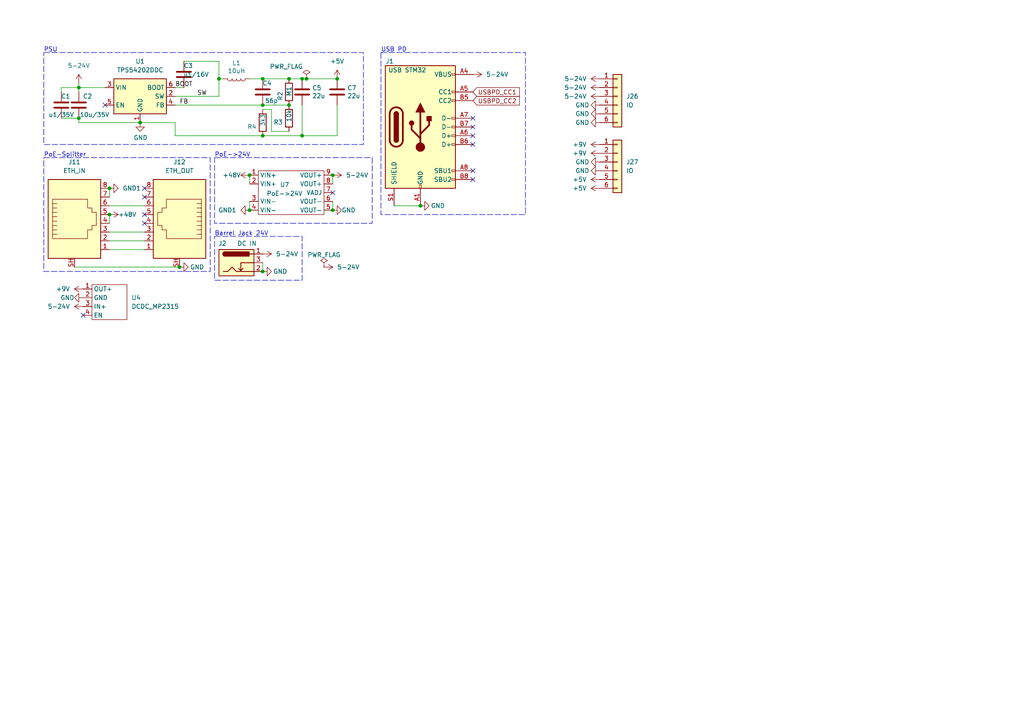
<source format=kicad_sch>
(kicad_sch (version 20250114) (generator "eeschema") (generator_version "9.0")
  (paper "A4")
  (lib_symbols
    (symbol "Connector:8P8C_Shielded" (pin_names (offset 1.016))
      (property "Reference" "J" (at -5.08 13.97 0))
      (property "Value" "8P8C_Shielded" (at 2.54 13.97 0))
      (symbol "8P8C_Shielded_0_1"
        (polyline (pts (xy -6.35 1.905) (xy -5.08 1.905) (xy -5.08 1.905)))
        (polyline (pts (xy -6.35 0.635) (xy -5.08 0.635) (xy -5.08 0.635)))
        (polyline (pts (xy -6.35 -0.635) (xy -5.08 -0.635) (xy -5.08 -0.635)))
        (polyline (pts (xy -6.35 -1.905) (xy -5.08 -1.905) (xy -5.08 -1.905)))
        (polyline (pts (xy -6.35 -3.175) (xy -5.08 -3.175) (xy -5.08 -3.175)))
        (polyline (pts (xy -6.35 -4.445) (xy -6.35 6.985) (xy 3.81 6.985) (xy 3.81 4.445) (xy 5.08 4.445) (xy 5.08 3.175) (xy 6.35 3.175) (xy 6.35 -0.635) (xy 5.08 -0.635) (xy 5.08 -1.905) (xy 3.81 -1.905) (xy 3.81 -4.445) (xy -6.35 -4.445) (xy -6.35 -4.445)))
        (polyline (pts (xy -5.08 5.715) (xy -6.35 5.715)))
        (polyline (pts (xy -5.08 4.445) (xy -6.35 4.445)))
        (polyline (pts (xy -5.08 3.175) (xy -6.35 3.175) (xy -6.35 3.175)))
        (rectangle (start 7.62 12.7) (end -7.62 -10.16) (stroke (width 0.254)) (fill (type background)))
      )
      (symbol "8P8C_Shielded_1_1"
        (pin passive line (at 0 -12.7 90) (length 2.54) (name "~") (number "SH"))
        (pin passive line (at 10.16 10.16 180) (length 2.54) (name "~") (number "8"))
        (pin passive line (at 10.16 7.62 180) (length 2.54) (name "~") (number "7"))
        (pin passive line (at 10.16 5.08 180) (length 2.54) (name "~") (number "6"))
        (pin passive line (at 10.16 2.54 180) (length 2.54) (name "~") (number "5"))
        (pin passive line (at 10.16 0 180) (length 2.54) (name "~") (number "4"))
        (pin passive line (at 10.16 -2.54 180) (length 2.54) (name "~") (number "3"))
        (pin passive line (at 10.16 -5.08 180) (length 2.54) (name "~") (number "2"))
        (pin passive line (at 10.16 -7.62 180) (length 2.54) (name "~") (number "1"))
      )
    )
    (symbol "Connector:Barrel_Jack_Switch" (pin_names (hide yes))
      (property "Reference" "J" (at 0 5.334 0))
      (property "Value" "Barrel_Jack_Switch" (at 0 -5.08 0))
      (symbol "Barrel_Jack_Switch_0_1"
        (rectangle (start -5.08 3.81) (end 5.08 -3.81) (stroke (width 0.254)) (fill (type background)))
        (polyline (pts (xy -3.81 -2.54) (xy -2.54 -2.54) (xy -1.27 -1.27) (xy 0 -2.54) (xy 2.54 -2.54) (xy 5.08 -2.54)) (stroke (width 0.254)))
        (arc (start -3.302 1.905) (mid -3.9343 2.54) (end -3.302 3.175) (stroke (width 0.254)))
        (arc (start -3.302 1.905) (mid -3.9343 2.54) (end -3.302 3.175) (stroke (width 0.254)) (fill (type outline)))
        (polyline (pts (xy 1.27 -2.286) (xy 1.905 -1.651)) (stroke (width 0.254)))
        (rectangle (start 3.683 3.175) (end -3.302 1.905) (stroke (width 0.254)) (fill (type outline)))
        (polyline (pts (xy 5.08 2.54) (xy 3.81 2.54)) (stroke (width 0.254)))
        (polyline (pts (xy 5.08 0) (xy 1.27 0) (xy 1.27 -2.286) (xy 0.635 -1.651)) (stroke (width 0.254)))
      )
      (symbol "Barrel_Jack_Switch_1_1"
        (pin passive line (at 7.62 2.54 180) (length 2.54) (name "~") (number "1"))
        (pin passive line (at 7.62 0 180) (length 2.54) (name "~") (number "3"))
        (pin passive line (at 7.62 -2.54 180) (length 2.54) (name "~") (number "2"))
      )
    )
    (symbol "Connector:USB_C_Receptacle_USB2.0_16P" (pin_names (offset 1.016))
      (property "Reference" "J" (at 0 22.225 0))
      (property "Value" "USB_C_Receptacle_USB2.0_16P" (at 0 19.685 0))
      (symbol "USB_C_Receptacle_USB2.0_16P_0_0"
        (rectangle (start -0.254 -17.78) (end 0.254 -16.764))
        (rectangle (start 10.16 15.494) (end 9.144 14.986))
        (rectangle (start 10.16 10.414) (end 9.144 9.906))
        (rectangle (start 10.16 7.874) (end 9.144 7.366))
        (rectangle (start 10.16 2.794) (end 9.144 2.286))
        (rectangle (start 10.16 0.254) (end 9.144 -0.254))
        (rectangle (start 10.16 -2.286) (end 9.144 -2.794))
        (rectangle (start 10.16 -4.826) (end 9.144 -5.334))
        (rectangle (start 10.16 -12.446) (end 9.144 -12.954))
        (rectangle (start 10.16 -14.986) (end 9.144 -15.494))
      )
      (symbol "USB_C_Receptacle_USB2.0_16P_0_1"
        (rectangle (start -10.16 17.78) (end 10.16 -17.78) (stroke (width 0.254)) (fill (type background)))
        (polyline (pts (xy -8.89 -3.81) (xy -8.89 3.81)) (stroke (width 0.508)))
        (rectangle (start -7.62 -3.81) (end -6.35 3.81) (stroke (width 0.254)) (fill (type outline)))
        (arc (start -7.62 3.81) (mid -6.985 4.4423) (end -6.35 3.81) (stroke (width 0.254)))
        (arc (start -7.62 3.81) (mid -6.985 4.4423) (end -6.35 3.81) (stroke (width 0.254)) (fill (type outline)))
        (arc (start -8.89 3.81) (mid -6.985 5.7067) (end -5.08 3.81) (stroke (width 0.508)))
        (arc (start -5.08 -3.81) (mid -6.985 -5.7067) (end -8.89 -3.81) (stroke (width 0.508)))
        (arc (start -6.35 -3.81) (mid -6.985 -4.4423) (end -7.62 -3.81) (stroke (width 0.254)))
        (arc (start -6.35 -3.81) (mid -6.985 -4.4423) (end -7.62 -3.81) (stroke (width 0.254)) (fill (type outline)))
        (polyline (pts (xy -5.08 3.81) (xy -5.08 -3.81)) (stroke (width 0.508)))
        (circle (center -2.54 1.143) (radius 0.635) (stroke (width 0.254)) (fill (type outline)))
        (polyline (pts (xy -1.27 4.318) (xy 0 6.858) (xy 1.27 4.318) (xy -1.27 4.318)) (stroke (width 0.254)) (fill (type outline)))
        (polyline (pts (xy 0 -2.032) (xy 2.54 0.508) (xy 2.54 1.778)) (stroke (width 0.508)))
        (polyline (pts (xy 0 -3.302) (xy -2.54 -0.762) (xy -2.54 0.508)) (stroke (width 0.508)))
        (polyline (pts (xy 0 -5.842) (xy 0 4.318)) (stroke (width 0.508)))
        (circle (center 0 -5.842) (radius 1.27) (fill (type outline)))
        (rectangle (start 1.905 1.778) (end 3.175 3.048) (stroke (width 0.254)) (fill (type outline)))
      )
      (symbol "USB_C_Receptacle_USB2.0_16P_1_1"
        (pin passive line (at -7.62 -22.86 90) (length 5.08) (name "SHIELD") (number "S1"))
        (pin passive line (at 0 -22.86 90) (length 5.08) (name "GND") (number "A1"))
        (pin passive line (at 0 -22.86 90) (length 5.08) (hide yes) (name "GND") (number "A12"))
        (pin passive line (at 0 -22.86 90) (length 5.08) (hide yes) (name "GND") (number "B1"))
        (pin passive line (at 0 -22.86 90) (length 5.08) (hide yes) (name "GND") (number "B12"))
        (pin passive line (at 15.24 15.24 180) (length 5.08) (name "VBUS") (number "A4"))
        (pin passive line (at 15.24 15.24 180) (length 5.08) (hide yes) (name "VBUS") (number "A9"))
        (pin passive line (at 15.24 15.24 180) (length 5.08) (hide yes) (name "VBUS") (number "B4"))
        (pin passive line (at 15.24 15.24 180) (length 5.08) (hide yes) (name "VBUS") (number "B9"))
        (pin bidirectional line (at 15.24 10.16 180) (length 5.08) (name "CC1") (number "A5"))
        (pin bidirectional line (at 15.24 7.62 180) (length 5.08) (name "CC2") (number "B5"))
        (pin bidirectional line (at 15.24 2.54 180) (length 5.08) (name "D-") (number "A7"))
        (pin bidirectional line (at 15.24 0 180) (length 5.08) (name "D-") (number "B7"))
        (pin bidirectional line (at 15.24 -2.54 180) (length 5.08) (name "D+") (number "A6"))
        (pin bidirectional line (at 15.24 -5.08 180) (length 5.08) (name "D+") (number "B6"))
        (pin bidirectional line (at 15.24 -12.7 180) (length 5.08) (name "SBU1") (number "A8"))
        (pin bidirectional line (at 15.24 -15.24 180) (length 5.08) (name "SBU2") (number "B8"))
      )
    )
    (symbol "Connector_Generic:Conn_01x06" (pin_names (offset 1.016) (hide yes))
      (property "Reference" "J" (at 0 7.62 0))
      (property "Value" "Conn_01x06" (at 0 -10.16 0))
      (symbol "Conn_01x06_1_1"
        (rectangle (start -1.27 6.35) (end 1.27 -8.89) (stroke (width 0.254)) (fill (type background)))
        (rectangle (start -1.27 5.207) (end 0 4.953) (stroke (width 0.1524)))
        (rectangle (start -1.27 2.667) (end 0 2.413) (stroke (width 0.1524)))
        (rectangle (start -1.27 0.127) (end 0 -0.127) (stroke (width 0.1524)))
        (rectangle (start -1.27 -2.413) (end 0 -2.667) (stroke (width 0.1524)))
        (rectangle (start -1.27 -4.953) (end 0 -5.207) (stroke (width 0.1524)))
        (rectangle (start -1.27 -7.493) (end 0 -7.747) (stroke (width 0.1524)))
        (pin passive line (at -5.08 5.08 0) (length 3.81) (name "Pin_1") (number "1"))
        (pin passive line (at -5.08 2.54 0) (length 3.81) (name "Pin_2") (number "2"))
        (pin passive line (at -5.08 0 0) (length 3.81) (name "Pin_3") (number "3"))
        (pin passive line (at -5.08 -2.54 0) (length 3.81) (name "Pin_4") (number "4"))
        (pin passive line (at -5.08 -5.08 0) (length 3.81) (name "Pin_5") (number "5"))
        (pin passive line (at -5.08 -7.62 0) (length 3.81) (name "Pin_6") (number "6"))
      )
    )
    (symbol "Device:C" (pin_numbers (hide yes)) (pin_names (offset 0.254))
      (property "Reference" "C" (at 0.635 2.54 0))
      (property "Value" "C" (at 0.635 -2.54 0))
      (symbol "C_0_1"
        (polyline (pts (xy -2.032 0.762) (xy 2.032 0.762)) (stroke (width 0.508)))
        (polyline (pts (xy -2.032 -0.762) (xy 2.032 -0.762)) (stroke (width 0.508)))
      )
      (symbol "C_1_1"
        (pin passive line (at 0 3.81 270) (length 2.794) (name "~") (number "1"))
        (pin passive line (at 0 -3.81 90) (length 2.794) (name "~") (number "2"))
      )
    )
    (symbol "Device:L" (pin_numbers (hide yes)) (pin_names (offset 1.016) (hide yes))
      (property "Reference" "L" (at -1.27 0 90))
      (property "Value" "L" (at 1.905 0 90))
      (symbol "L_0_1"
        (arc (start 0 2.54) (mid 0.6323 1.905) (end 0 1.27))
        (arc (start 0 1.27) (mid 0.6323 0.635) (end 0 0))
        (arc (start 0 0) (mid 0.6323 -0.635) (end 0 -1.27))
        (arc (start 0 -1.27) (mid 0.6323 -1.905) (end 0 -2.54))
      )
      (symbol "L_1_1"
        (pin passive line (at 0 3.81 270) (length 1.27) (name "1") (number "1"))
        (pin passive line (at 0 -3.81 90) (length 1.27) (name "2") (number "2"))
      )
    )
    (symbol "Device:R" (pin_numbers (hide yes)) (pin_names (offset 0))
      (property "Reference" "R" (at 2.032 0 90))
      (property "Value" "R" (at 0 0 90))
      (symbol "R_0_1"
        (rectangle (start -1.016 -2.54) (end 1.016 2.54) (stroke (width 0.254)))
      )
      (symbol "R_1_1"
        (pin passive line (at 0 3.81 270) (length 1.27) (name "~") (number "1"))
        (pin passive line (at 0 -3.81 90) (length 1.27) (name "~") (number "2"))
      )
    )
    (symbol "Regulator_Switching:TPS54202DDC"
      (property "Reference" "U" (at -7.62 6.35 0))
      (property "Value" "TPS54202DDC" (at 0 6.35 0))
      (symbol "TPS54202DDC_0_1"
        (rectangle (start -7.62 5.08) (end 7.62 -5.08) (stroke (width 0.254)) (fill (type background)))
      )
      (symbol "TPS54202DDC_1_1"
        (pin power_in line (at -10.16 2.54 0) (length 2.54) (name "VIN") (number "3"))
        (pin input line (at -10.16 -2.54 0) (length 2.54) (name "EN") (number "5"))
        (pin power_in line (at 0 -7.62 90) (length 2.54) (name "GND") (number "1"))
        (pin passive line (at 10.16 2.54 180) (length 2.54) (name "BOOT") (number "6"))
        (pin power_out line (at 10.16 0 180) (length 2.54) (name "SW") (number "2"))
        (pin input line (at 10.16 -2.54 180) (length 2.54) (name "FB") (number "4"))
      )
    )
    (symbol "liebler_MODULES:DCDC_MP2315"
      (property "Reference" "U" (at 0 6.35 0))
      (property "Value" "DCDC_MP2315" (at 0 8.89 0))
      (symbol "DCDC_MP2315_0_1"
        (rectangle (start -5.08 5.08) (end 5.08 -5.08))
      )
      (symbol "DCDC_MP2315_1_1"
        (pin power_out line (at -7.62 3.81 0) (length 2.54) (name "OUT+") (number "1"))
        (pin power_in line (at -7.62 1.27 0) (length 2.54) (name "GND") (number "2"))
        (pin power_in line (at -7.62 -1.27 0) (length 2.54) (name "IN+") (number "3"))
        (pin input line (at -7.62 -3.81 0) (length 2.54) (name "EN") (number "4"))
      )
    )
    (symbol "liebler_MODULES:XC7010_MODULE"
      (property "Reference" "U" (at 0 7.874 0))
      (symbol "XC7010_MODULE_0_1"
        (rectangle (start -8.89 6.35) (end 10.16 -6.35))
      )
      (symbol "XC7010_MODULE_1_1"
        (pin power_in line (at -11.43 5.08 0) (length 2.54) (name "VIN+") (number "1"))
        (pin power_in line (at -11.43 2.54 0) (length 2.54) (name "VIN+") (number "2"))
        (pin power_in line (at -11.43 -2.54 0) (length 2.54) (name "VIN-") (number "3"))
        (pin power_in line (at -11.43 -5.08 0) (length 2.54) (name "VIN-") (number "4"))
        (pin power_out line (at 12.7 5.08 180) (length 2.54) (name "VOUT+") (number "9"))
        (pin power_out line (at 12.7 2.54 180) (length 2.54) (name "VOUT+") (number "8"))
        (pin input line (at 12.7 0 180) (length 2.54) (name "VADJ") (number "7"))
        (pin power_out line (at 12.7 -2.54 180) (length 2.54) (name "VOUT-") (number "6"))
        (pin power_out line (at 12.7 -5.08 180) (length 2.54) (name "VOUT-") (number "5"))
      )
    )
    (symbol "power:+48V" (power) (pin_numbers (hide yes)) (pin_names (offset 0) (hide yes))
      (property "Value" "+48V" (at 0 3.556 0))
      (symbol "+48V_0_1"
        (polyline (pts (xy -0.762 1.27) (xy 0 2.54)))
        (polyline (pts (xy 0 2.54) (xy 0.762 1.27)))
        (polyline (pts (xy 0 0) (xy 0 2.54)))
      )
      (symbol "+48V_1_1"
        (pin power_in line (at 0 0 90) (length 0) (name "~") (number "1"))
      )
    )
    (symbol "power:+5V" (power) (pin_numbers (hide yes)) (pin_names (offset 0) (hide yes))
      (property "Value" "+5V" (at 0 3.556 0))
      (symbol "+5V_0_1"
        (polyline (pts (xy -0.762 1.27) (xy 0 2.54)))
        (polyline (pts (xy 0 2.54) (xy 0.762 1.27)))
        (polyline (pts (xy 0 0) (xy 0 2.54)))
      )
      (symbol "+5V_1_1"
        (pin power_in line (at 0 0 90) (length 0) (name "~") (number "1"))
      )
    )
    (symbol "power:+9V" (power) (pin_numbers (hide yes)) (pin_names (offset 0) (hide yes))
      (property "Value" "+9V" (at 0 3.556 0))
      (symbol "+9V_0_1"
        (polyline (pts (xy -0.762 1.27) (xy 0 2.54)))
        (polyline (pts (xy 0 2.54) (xy 0.762 1.27)))
        (polyline (pts (xy 0 0) (xy 0 2.54)))
      )
      (symbol "+9V_1_1"
        (pin power_in line (at 0 0 90) (length 0) (name "~") (number "1"))
      )
    )
    (symbol "power:+VSW" (power) (pin_numbers (hide yes)) (pin_names (offset 0) (hide yes))
      (property "Value" "+VSW" (at 0 3.556 0))
      (symbol "+VSW_0_1"
        (polyline (pts (xy -0.762 1.27) (xy 0 2.54)))
        (polyline (pts (xy 0 2.54) (xy 0.762 1.27)))
        (polyline (pts (xy 0 0) (xy 0 2.54)))
      )
      (symbol "+VSW_1_1"
        (pin power_in line (at 0 0 90) (length 0) (name "~") (number "1"))
      )
    )
    (symbol "power:GND" (power) (pin_numbers (hide yes)) (pin_names (offset 0) (hide yes))
      (property "Value" "GND" (at 0 -3.81 0))
      (symbol "GND_0_1"
        (polyline (pts (xy 0 0) (xy 0 -1.27) (xy 1.27 -1.27) (xy 0 -2.54) (xy -1.27 -1.27) (xy 0 -1.27)))
      )
      (symbol "GND_1_1"
        (pin power_in line (at 0 0 270) (length 0) (name "~") (number "1"))
      )
    )
    (symbol "power:GND1" (power) (pin_numbers (hide yes)) (pin_names (offset 0) (hide yes))
      (property "Value" "GND1" (at 0 -3.81 0))
      (symbol "GND1_0_1"
        (polyline (pts (xy 0 0) (xy 0 -1.27) (xy 1.27 -1.27) (xy 0 -2.54) (xy -1.27 -1.27) (xy 0 -1.27)))
      )
      (symbol "GND1_1_1"
        (pin power_in line (at 0 0 270) (length 0) (name "~") (number "1"))
      )
    )
    (symbol "power:PWR_FLAG" (power) (pin_numbers (hide yes)) (pin_names (offset 0) (hide yes))
      (property "Value" "PWR_FLAG" (at 0 3.81 0))
      (symbol "PWR_FLAG_0_0"
        (pin power_out line (at 0 0 90) (length 0) (name "~") (number "1"))
      )
      (symbol "PWR_FLAG_0_1"
        (polyline (pts (xy 0 0) (xy 0 1.27) (xy -1.016 1.905) (xy 0 2.54) (xy 1.016 1.905) (xy 0 1.27)))
      )
    )
  )
  (rectangle (start 12.7 45.72) (end 60.96 78.74) (stroke (width 0) (type dash)))
  (rectangle (start 62.23 68.58) (end 87.63 81.28) (stroke (width 0) (type dash)))
  (rectangle (start 12.7 15.24) (end 105.41 41.91) (stroke (width 0) (type dash)))
  (rectangle (start 62.23 45.72) (end 107.95 64.77) (stroke (width 0) (type dash)))
  (rectangle (start 110.49 15.24) (end 152.4 62.23) (stroke (width 0) (type dash)))
  (text "PSU" (at 12.7 15.24 0) (effects (font (size 1.27 1.27)) (justify left bottom)))
  (text "PoE->24V" (at 62.23 45.72 0) (effects (font (size 1.27 1.27)) (justify left bottom)))
  (text "Barrel Jack 24V" (at 62.23 68.58 0) (effects (font (size 1.27 1.27)) (justify left bottom)))
  (text "USB PD" (at 110.49 15.24 0) (effects (font (size 1.27 1.27)) (justify left bottom)))
  (text "PoE-Splitter" (at 12.7 45.72 0) (effects (font (size 1.27 1.27)) (justify left bottom)))
  (junction (at 87.63 22.86))
  (junction (at 76.2 30.48))
  (junction (at 31.75 62.23))
  (junction (at 96.52 50.8))
  (junction (at 76.2 39.37))
  (junction (at 31.75 54.61))
  (junction (at 72.39 60.96))
  (junction (at 22.86 34.29))
  (junction (at 87.63 39.37))
  (junction (at 83.82 22.86))
  (junction (at 22.86 25.4))
  (junction (at 88.9 22.86))
  (junction (at 76.2 78.74))
  (junction (at 96.52 60.96))
  (junction (at 63.5 22.86))
  (junction (at 52.07 77.47))
  (junction (at 40.64 35.56))
  (junction (at 121.92 59.69))
  (junction (at 97.79 22.86))
  (junction (at 72.39 50.8))
  (junction (at 83.82 30.48))
  (junction (at 76.2 22.86))
  (no_connect (at 24.13 91.44))
  (no_connect (at 137.16 41.91))
  (no_connect (at 41.91 57.15))
  (no_connect (at 137.16 39.37))
  (no_connect (at 137.16 52.07))
  (no_connect (at 41.91 62.23))
  (no_connect (at 137.16 36.83))
  (no_connect (at 137.16 49.53))
  (no_connect (at 137.16 34.29))
  (no_connect (at 96.52 55.88))
  (no_connect (at 41.91 64.77))
  (no_connect (at 41.91 54.61))
  (no_connect (at 30.48 30.48))
  (wire (pts (xy 72.39 22.86) (xy 76.2 22.86)))
  (wire (pts (xy 78.74 38.1) (xy 78.74 31.75)))
  (wire (pts (xy 76.2 22.86) (xy 83.82 22.86)))
  (wire (pts (xy 88.9 22.86) (xy 97.79 22.86)))
  (wire (pts (xy 96.52 58.42) (xy 96.52 60.96)))
  (wire (pts (xy 87.63 30.48) (xy 87.63 39.37)))
  (wire (pts (xy 64.77 22.86) (xy 63.5 22.86)))
  (wire (pts (xy 72.39 50.8) (xy 72.39 53.34)))
  (wire (pts (xy 31.75 69.85) (xy 41.91 69.85)))
  (wire (pts (xy 22.86 25.4) (xy 30.48 25.4)))
  (wire (pts (xy 53.34 25.4) (xy 50.8 25.4)))
  (wire (pts (xy 50.8 39.37) (xy 76.2 39.37)))
  (wire (pts (xy 17.78 25.4) (xy 22.86 25.4)))
  (wire (pts (xy 22.86 35.56) (xy 22.86 34.29)))
  (wire (pts (xy 31.75 54.61) (xy 31.75 57.15)))
  (wire (pts (xy 72.39 58.42) (xy 72.39 60.96)))
  (wire (pts (xy 63.5 22.86) (xy 63.5 27.94)))
  (wire (pts (xy 76.2 39.37) (xy 87.63 39.37)))
  (wire (pts (xy 31.75 59.69) (xy 41.91 59.69)))
  (wire (pts (xy 22.86 26.67) (xy 22.86 25.4)))
  (wire (pts (xy 53.34 17.78) (xy 63.5 17.78)))
  (wire (pts (xy 96.52 50.8) (xy 96.52 53.34)))
  (wire (pts (xy 50.8 30.48) (xy 76.2 30.48)))
  (wire (pts (xy 76.2 76.2) (xy 76.2 78.74)))
  (wire (pts (xy 87.63 22.86) (xy 88.9 22.86)))
  (wire (pts (xy 83.82 38.1) (xy 78.74 38.1)))
  (wire (pts (xy 83.82 22.86) (xy 87.63 22.86)))
  (wire (pts (xy 22.86 35.56) (xy 40.64 35.56)))
  (wire (pts (xy 50.8 27.94) (xy 63.5 27.94)))
  (wire (pts (xy 31.75 62.23) (xy 31.75 64.77)))
  (wire (pts (xy 31.75 72.39) (xy 41.91 72.39)))
  (wire (pts (xy 31.75 67.31) (xy 41.91 67.31)))
  (wire (pts (xy 17.78 26.67) (xy 17.78 25.4)))
  (wire (pts (xy 78.74 31.75) (xy 76.2 31.75)))
  (wire (pts (xy 50.8 35.56) (xy 40.64 35.56)))
  (wire (pts (xy 22.86 25.4) (xy 22.86 24.13)))
  (wire (pts (xy 21.59 77.47) (xy 52.07 77.47)))
  (wire (pts (xy 97.79 30.48) (xy 97.79 39.37)))
  (wire (pts (xy 87.63 39.37) (xy 97.79 39.37)))
  (wire (pts (xy 17.78 34.29) (xy 22.86 34.29)))
  (wire (pts (xy 76.2 30.48) (xy 83.82 30.48)))
  (wire (pts (xy 114.3 59.69) (xy 121.92 59.69)))
  (wire (pts (xy 50.8 39.37) (xy 50.8 35.56)))
  (wire (pts (xy 63.5 17.78) (xy 63.5 22.86)))
  (label "BOOT" (at 50.8 25.4 0))
  (label "FB" (at 52.07 30.48 0))
  (label "SW" (at 57.15 27.94 0))
  (global_label "USBPD_CC2" (shape input) (at 137.16 29.21 0) (property "Intersheetrefs" "${INTERSHEET_REFS}" (effects (hide yes))))
  (global_label "USBPD_CC1" (shape input) (at 137.16 26.67 0) (property "Intersheetrefs" "${INTERSHEET_REFS}" (effects (hide yes))))
  (symbol (lib_id "power:+9V") (at 24.13 83.82 90) (unit 1)
    (property "Reference" "#PWR070" (effects (hide yes)))
    (property "Value" "+9V" (at 20.32 83.8199 90) (effects (justify left)))
    (property "Description" "Power symbol creates a global label with name \"+9V\"" (effects (hide yes)))
  )
  (symbol (lib_id "power:GND") (at 173.99 35.56 270) (unit 1)
    (property "Reference" "#PWR0126" (effects (hide yes)))
    (property "Value" "GND" (at 168.91 35.56 90))
    (property "Description" "Power symbol creates a global label with name \"GND\" , ground" (effects (hide yes)))
  )
  (symbol (lib_id "power:GND") (at 52.07 77.47 90) (unit 1)
    (property "Reference" "#PWR080" (effects (hide yes)))
    (property "Value" "GND" (at 55.118 77.47 90) (effects (justify right)))
    (property "Description" "Power symbol creates a global label with name \"GND\" , ground" (effects (hide yes)))
  )
  (symbol (lib_id "power:+VSW") (at 96.52 50.8 270) (unit 1)
    (property "Reference" "#PWR041" (effects (hide yes)))
    (property "Value" "5-24V" (at 100.33 50.7999 90) (effects (justify left)))
    (property "Description" "Power symbol creates a global label with name \"+VSW\"" (effects (hide yes)))
  )
  (symbol (lib_id "Connector:8P8C_Shielded") (at 21.59 64.77 0) (unit 1)
    (property "Reference" "J11" (at 21.59 46.99 0))
    (property "Value" "ETH_IN" (at 21.59 49.53 0))
    (property "Footprint" "liebler_CONN:RJ45_WithoutMagneticsTHT" (effects (hide yes)))
    (property "Description" "RJ connector, 8P8C (8 positions 8 connected), RJ31/RJ32/RJ33/RJ34/RJ35/RJ41/RJ45/RJ49/RJ61, Shielded" (effects (hide yes)))
  )
  (symbol (lib_id "Device:R") (at 76.2 35.56 180) (unit 1)
    (property "Reference" "R4" (at 74.422 36.7284 0) (effects (justify left)))
    (property "Value" "3k3" (at 76.2 33.02 90) (effects (justify left)))
    (property "Footprint" "Resistor_SMD:R_0402_1005Metric" (effects (hide yes)))
    (property "MPN" "0402WGF3301TCE" (effects (hide yes)))
    (property "Manufacturer" "UNI-ROYAL(Uniroyal Elec)" (effects (hide yes)))
  )
  (symbol (lib_id "Connector_Generic:Conn_01x06") (at 179.07 46.99 0) (unit 1)
    (property "Reference" "J27" (at 181.61 46.9899 0) (effects (justify left)))
    (property "Value" "IO" (at 181.61 49.5299 0) (effects (justify left)))
    (property "Footprint" "Connector_JST:JST_XH_B6B-XH-A_1x06_P2.50mm_Vertical" (effects (hide yes)))
    (property "Description" "Generic connector, single row, 01x06, script generated (kicad-library-utils/schlib/autogen/connector/)" (effects (hide yes)))
  )
  (symbol (lib_id "power:GND1") (at 72.39 60.96 270) (unit 1)
    (property "Reference" "#PWR084" (effects (hide yes)))
    (property "Value" "GND1" (at 68.58 60.9599 90) (effects (justify right)))
    (property "Description" "Power symbol creates a global label with name \"GND1\" , ground" (effects (hide yes)))
  )
  (symbol (lib_id "power:+5V") (at 173.99 54.61 90) (unit 1)
    (property "Reference" "#PWR0132" (effects (hide yes)))
    (property "Value" "+5V" (at 170.18 54.6099 90) (effects (justify left)))
    (property "Description" "Power symbol creates a global label with name \"+5V\"" (effects (hide yes)))
  )
  (symbol (lib_id "liebler_MODULES:XC7010_MODULE") (at 83.82 55.88 0) (unit 1)
    (property "Reference" "U7" (at 82.55 53.594 0))
    (property "Value" "PoE->24V" (at 82.55 56.134 0))
    (property "Footprint" "liebler_MODULES:XC7010_DCDC_ISOLATED_MODUEL" (effects (hide yes)))
  )
  (symbol (lib_id "power:+VSW") (at 76.2 73.66 270) (unit 1)
    (property "Reference" "#PWR06" (effects (hide yes)))
    (property "Value" "5-24V" (at 80.01 73.6599 90) (effects (justify left)))
    (property "Description" "Power symbol creates a global label with name \"+VSW\"" (effects (hide yes)))
  )
  (symbol (lib_id "power:+VSW") (at 24.13 88.9 90) (unit 1)
    (property "Reference" "#PWR044" (effects (hide yes)))
    (property "Value" "5-24V" (at 20.32 88.8999 90) (effects (justify left)))
    (property "Description" "Power symbol creates a global label with name \"+VSW\"" (effects (hide yes)))
  )
  (symbol (lib_id "power:+VSW") (at 93.98 77.47 270) (unit 1)
    (property "Reference" "#PWR07" (effects (hide yes)))
    (property "Value" "5-24V" (at 97.79 77.4699 90) (effects (justify left)))
    (property "Description" "Power symbol creates a global label with name \"+VSW\"" (effects (hide yes)))
  )
  (symbol (lib_id "Regulator_Switching:TPS54202DDC") (at 40.64 27.94 0) (unit 1)
    (property "Reference" "U1" (at 40.64 17.78 0))
    (property "Value" "TPS54202DDC" (at 40.64 20.32 0))
    (property "Footprint" "Package_TO_SOT_SMD:SOT-23-6_Handsoldering" (effects (hide yes)))
    (property "Datasheet" "http://www.ti.com/lit/ds/symlink/tps54202.pdf" (effects (hide yes)))
    (property "MPN" "TPS54202DDCR" (effects (hide yes)))
    (property "Manufacturer" "Texas Instruments" (effects (hide yes)))
  )
  (symbol (lib_id "power:+VSW") (at 173.99 25.4 90) (unit 1)
    (property "Reference" "#PWR0122" (effects (hide yes)))
    (property "Value" "5-24V" (at 170.18 25.3999 90) (effects (justify left)))
    (property "Description" "Power symbol creates a global label with name \"+VSW\"" (effects (hide yes)))
  )
  (symbol (lib_id "Device:C") (at 97.79 26.67 0) (unit 1)
    (property "Reference" "C7" (at 100.711 25.5016 0) (effects (justify left)))
    (property "Value" "22u" (at 100.711 27.813 0) (effects (justify left)))
    (property "Footprint" "Capacitor_SMD:C_0805_2012Metric" (effects (hide yes)))
    (property "MPN" "CL10A226MP8NUNE" (effects (hide yes)))
    (property "Manufacturer" "Samsung Electro-Mechanics" (effects (hide yes)))
  )
  (symbol (lib_id "power:+VSW") (at 173.99 22.86 90) (unit 1)
    (property "Reference" "#PWR0121" (effects (hide yes)))
    (property "Value" "5-24V" (at 170.18 22.8599 90) (effects (justify left)))
    (property "Description" "Power symbol creates a global label with name \"+VSW\"" (effects (hide yes)))
  )
  (symbol (lib_id "Connector:Barrel_Jack_Switch") (at 68.58 76.2 0) (unit 1)
    (property "Reference" "J2" (at 64.516 70.612 0))
    (property "Value" "DC IN" (at 71.628 70.612 0))
    (property "Footprint" "Connector_BarrelJack:BarrelJack_Horizontal" (effects (hide yes)))
    (property "Description" "DC Barrel Jack with an internal switch" (effects (hide yes)))
    (property "MPN" "DC-005 2.0" (effects (hide yes)))
    (property "Manufacturer" "BOOMELE(Boom Precision Elec)" (effects (hide yes)))
  )
  (symbol (lib_id "power:GND") (at 40.64 35.56 0) (unit 1)
    (property "Reference" "#PWR02" (effects (hide yes)))
    (property "Value" "GND" (at 40.767 39.9542 0))
    (property "Description" "Power symbol creates a global label with name \"GND\" , ground" (effects (hide yes)))
  )
  (symbol (lib_id "Device:R") (at 83.82 34.29 180) (unit 1)
    (property "Reference" "R3" (at 82.042 35.4584 0) (effects (justify left)))
    (property "Value" "10k" (at 83.82 31.75 90) (effects (justify left)))
    (property "Footprint" "Resistor_SMD:R_0201_0603Metric" (effects (hide yes)))
    (property "MPN" "0201WMF1002TEE" (effects (hide yes)))
    (property "Manufacturer" "UNI-ROYAL(Uniroyal Elec)" (effects (hide yes)))
  )
  (symbol (lib_id "Device:R") (at 83.82 26.67 0) (unit 1)
    (property "Reference" "R2" (at 81.28 29.21 90) (effects (justify left)))
    (property "Value" "M1" (at 83.82 27.94 90) (effects (justify left)))
    (property "Footprint" "Resistor_SMD:R_0402_1005Metric" (effects (hide yes)))
    (property "MPN" "0201WMF1003TEE" (effects (hide yes)))
    (property "Manufacturer" "UNI-ROYAL(Uniroyal Elec)" (effects (hide yes)))
  )
  (symbol (lib_id "Device:L") (at 68.58 22.86 270) (unit 1)
    (property "Reference" "L1" (at 68.58 18.2626 90))
    (property "Value" "10uH" (at 68.58 20.574 90))
    (property "Footprint" "Inductor_SMD:L_Abracon_ASPI-0630LR" (effects (hide yes)))
    (property "Datasheet" "C408449" (effects (hide yes)))
    (property "MPN" "FXL0630-100-M" (effects (hide yes)))
    (property "Manufacturer" "cjiang (Changjiang Microelectronics Tech)" (effects (hide yes)))
  )
  (symbol (lib_id "power:GND") (at 173.99 49.53 270) (unit 1)
    (property "Reference" "#PWR0130" (effects (hide yes)))
    (property "Value" "GND" (at 168.91 49.53 90))
    (property "Description" "Power symbol creates a global label with name \"GND\" , ground" (effects (hide yes)))
  )
  (symbol (lib_id "liebler_MODULES:DCDC_MP2315") (at 31.75 87.63 0) (unit 1)
    (property "Reference" "U4" (at 38.1 86.3599 0) (effects (justify left)))
    (property "Value" "DCDC_MP2315" (at 38.1 88.8999 0) (effects (justify left)))
    (property "Footprint" "liebler_MODULES:DCDC_MP2315" (effects (hide yes)))
  )
  (symbol (lib_id "Device:C") (at 53.34 21.59 180) (unit 1)
    (property "Reference" "C3" (at 54.61 19.05 0))
    (property "Value" "u1/16V" (at 56.896 21.59 0))
    (property "Footprint" "Capacitor_SMD:C_0603_1608Metric" (effects (hide yes)))
    (property "MPN" "CC0603KRX7R9BB104" (effects (hide yes)))
    (property "Manufacturer" "YAGEO" (effects (hide yes)))
  )
  (symbol (lib_id "Device:C") (at 87.63 26.67 0) (unit 1)
    (property "Reference" "C5" (at 90.551 25.5016 0) (effects (justify left)))
    (property "Value" "22u" (at 90.551 27.813 0) (effects (justify left)))
    (property "Footprint" "Capacitor_SMD:C_0805_2012Metric" (effects (hide yes)))
    (property "MPN" "CL10A226MP8NUNE" (effects (hide yes)))
    (property "Manufacturer" "Samsung Electro-Mechanics" (effects (hide yes)))
  )
  (symbol (lib_id "power:GND") (at 24.13 86.36 270) (unit 1)
    (property "Reference" "#PWR069" (effects (hide yes)))
    (property "Value" "GND" (at 21.59 86.36 90) (effects (justify right)))
    (property "Description" "Power symbol creates a global label with name \"GND\" , ground" (effects (hide yes)))
  )
  (symbol (lib_id "power:PWR_FLAG") (at 93.98 77.47 0) (unit 1)
    (property "Reference" "#FLG03" (effects (hide yes)))
    (property "Value" "PWR_FLAG" (at 93.98 73.914 0))
    (property "Description" "Special symbol for telling ERC where power comes from" (effects (hide yes)))
  )
  (symbol (lib_id "power:+VSW") (at 137.16 21.59 270) (unit 1)
    (property "Reference" "#PWR091" (effects (hide yes)))
    (property "Value" "5-24V" (at 140.97 21.5899 90) (effects (justify left)))
    (property "Description" "Power symbol creates a global label with name \"+VSW\"" (effects (hide yes)))
  )
  (symbol (lib_id "Connector_Generic:Conn_01x06") (at 179.07 27.94 0) (unit 1)
    (property "Reference" "J26" (at 181.61 27.9399 0) (effects (justify left)))
    (property "Value" "IO" (at 181.61 30.4799 0) (effects (justify left)))
    (property "Footprint" "Connector_JST:JST_XH_B6B-XH-A_1x06_P2.50mm_Vertical" (effects (hide yes)))
    (property "Description" "Generic connector, single row, 01x06, script generated (kicad-library-utils/schlib/autogen/connector/)" (effects (hide yes)))
  )
  (symbol (lib_id "power:PWR_FLAG") (at 88.9 22.86 0) (unit 1)
    (property "Reference" "#FLG01" (effects (hide yes)))
    (property "Value" "PWR_FLAG" (at 83.058 19.304 0))
    (property "Description" "Special symbol for telling ERC where power comes from" (effects (hide yes)))
  )
  (symbol (lib_id "power:+VSW") (at 22.86 24.13 0) (unit 1)
    (property "Reference" "#PWR01" (effects (hide yes)))
    (property "Value" "5-24V" (at 22.86 19.05 0))
    (property "Description" "Power symbol creates a global label with name \"+VSW\"" (effects (hide yes)))
  )
  (symbol (lib_id "Device:C") (at 76.2 26.67 180) (unit 1)
    (property "Reference" "C4" (at 77.47 24.13 0))
    (property "Value" "56p" (at 78.74 29.21 0))
    (property "Footprint" "Capacitor_SMD:C_0402_1005Metric" (effects (hide yes)))
    (property "MPN" "CC0402JRNPO9BN560" (effects (hide yes)))
    (property "Manufacturer" "YAGEO" (effects (hide yes)))
  )
  (symbol (lib_id "Connector:8P8C_Shielded") (at 52.07 64.77 0) (mirror y) (unit 1)
    (property "Reference" "J12" (at 52.07 46.99 0))
    (property "Value" "ETH_OUT" (at 52.07 49.53 0))
    (property "Footprint" "liebler_CONN:RJ45_WithoutMagneticsTHT" (effects (hide yes)))
    (property "Description" "RJ connector, 8P8C (8 positions 8 connected), RJ31/RJ32/RJ33/RJ34/RJ35/RJ41/RJ45/RJ49/RJ61, Shielded" (effects (hide yes)))
  )
  (symbol (lib_id "power:+9V") (at 173.99 44.45 90) (unit 1)
    (property "Reference" "#PWR0128" (effects (hide yes)))
    (property "Value" "+9V" (at 170.18 44.4499 90) (effects (justify left)))
    (property "Description" "Power symbol creates a global label with name \"+9V\"" (effects (hide yes)))
  )
  (symbol (lib_id "Device:C") (at 17.78 30.48 180) (unit 1)
    (property "Reference" "C1" (at 19.05 27.94 0))
    (property "Value" "u1/35V" (at 17.78 33.274 0))
    (property "Footprint" "Capacitor_SMD:C_0603_1608Metric" (effects (hide yes)))
    (property "MPN" "CC0603KRX7R9BB104" (effects (hide yes)))
    (property "Manufacturer" "YAGEO" (effects (hide yes)))
  )
  (symbol (lib_id "power:GND1") (at 31.75 54.61 90) (unit 1)
    (property "Reference" "#PWR081" (effects (hide yes)))
    (property "Value" "GND1" (at 35.56 54.6099 90) (effects (justify right)))
    (property "Description" "Power symbol creates a global label with name \"GND1\" , ground" (effects (hide yes)))
  )
  (symbol (lib_id "power:GND") (at 96.52 60.96 90) (unit 1)
    (property "Reference" "#PWR086" (effects (hide yes)))
    (property "Value" "GND" (at 99.06 60.96 90) (effects (justify right)))
    (property "Description" "Power symbol creates a global label with name \"GND\" , ground" (effects (hide yes)))
  )
  (symbol (lib_id "power:+48V") (at 31.75 62.23 270) (unit 1)
    (property "Reference" "#PWR082" (effects (hide yes)))
    (property "Value" "+48V" (at 34.29 62.23 90) (effects (justify left)))
    (property "Description" "Power symbol creates a global label with name \"+48V\"" (effects (hide yes)))
  )
  (symbol (lib_id "power:GND") (at 173.99 46.99 270) (unit 1)
    (property "Reference" "#PWR0129" (effects (hide yes)))
    (property "Value" "GND" (at 168.91 46.99 90))
    (property "Description" "Power symbol creates a global label with name \"GND\" , ground" (effects (hide yes)))
  )
  (symbol (lib_id "Device:C") (at 22.86 30.48 180) (unit 1)
    (property "Reference" "C2" (at 25.4 27.94 0))
    (property "Value" "10u/35V" (at 27.432 33.274 0))
    (property "Footprint" "Capacitor_SMD:C_0805_2012Metric" (effects (hide yes)))
    (property "MPN" "CGA0805X5R106K350MT" (effects (hide yes)))
    (property "Manufacturer" "HRE" (effects (hide yes)))
  )
  (symbol (lib_id "power:GND") (at 173.99 30.48 270) (unit 1)
    (property "Reference" "#PWR0124" (effects (hide yes)))
    (property "Value" "GND" (at 168.91 30.48 90))
    (property "Description" "Power symbol creates a global label with name \"GND\" , ground" (effects (hide yes)))
  )
  (symbol (lib_id "power:GND") (at 173.99 33.02 270) (unit 1)
    (property "Reference" "#PWR0125" (effects (hide yes)))
    (property "Value" "GND" (at 168.91 33.02 90))
    (property "Description" "Power symbol creates a global label with name \"GND\" , ground" (effects (hide yes)))
  )
  (symbol (lib_id "power:+VSW") (at 173.99 27.94 90) (unit 1)
    (property "Reference" "#PWR0123" (effects (hide yes)))
    (property "Value" "5-24V" (at 170.18 27.9399 90) (effects (justify left)))
    (property "Description" "Power symbol creates a global label with name \"+VSW\"" (effects (hide yes)))
  )
  (symbol (lib_id "power:GND") (at 76.2 78.74 90) (unit 1)
    (property "Reference" "#PWR05" (effects (hide yes)))
    (property "Value" "GND" (at 81.28 78.74 90))
    (property "Description" "Power symbol creates a global label with name \"GND\" , ground" (effects (hide yes)))
  )
  (symbol (lib_id "power:GND") (at 121.92 59.69 90) (unit 1)
    (property "Reference" "#PWR04" (effects (hide yes)))
    (property "Value" "GND" (at 127 59.69 90))
    (property "Description" "Power symbol creates a global label with name \"GND\" , ground" (effects (hide yes)))
  )
  (symbol (lib_id "power:+48V") (at 72.39 50.8 90) (unit 1)
    (property "Reference" "#PWR083" (effects (hide yes)))
    (property "Value" "+48V" (at 69.85 50.8 90) (effects (justify left)))
    (property "Description" "Power symbol creates a global label with name \"+48V\"" (effects (hide yes)))
  )
  (symbol (lib_id "power:+5V") (at 97.79 22.86 0) (unit 1)
    (property "Reference" "#PWR09" (effects (hide yes)))
    (property "Value" "+5V" (at 97.79 17.78 0))
    (property "Description" "Power symbol creates a global label with name \"+5V\"" (effects (hide yes)))
  )
  (symbol (lib_id "Connector:USB_C_Receptacle_USB2.0_16P") (at 121.92 36.83 0) (unit 1)
    (property "Reference" "J1" (at 113.03 17.78 0))
    (property "Value" "USB STM32" (at 118.11 20.32 0))
    (property "Footprint" "liebler_CONN:USB_C_Receptacle_HRO_TYPE-C-31-M-12_smaller" (effects (hide yes)))
    (property "Datasheet" "https://www.usb.org/sites/default/files/documents/usb_type-c.zip" (effects (hide yes)))
    (property "Description" "USB 2.0-only 16P Type-C Receptacle connector" (effects (hide yes)))
    (property "MPN" "TYPE-C-31-M-12" (effects (hide yes)))
    (property "Manufacturer" "Korean Hroparts Elec" (effects (hide yes)))
  )
  (symbol (lib_id "power:+5V") (at 173.99 52.07 90) (unit 1)
    (property "Reference" "#PWR0131" (effects (hide yes)))
    (property "Value" "+5V" (at 170.18 52.0699 90) (effects (justify left)))
    (property "Description" "Power symbol creates a global label with name \"+5V\"" (effects (hide yes)))
  )
  (symbol (lib_id "power:+9V") (at 173.99 41.91 90) (unit 1)
    (property "Reference" "#PWR0127" (effects (hide yes)))
    (property "Value" "+9V" (at 170.18 41.9099 90) (effects (justify left)))
    (property "Description" "Power symbol creates a global label with name \"+9V\"" (effects (hide yes)))
  )
)
</source>
